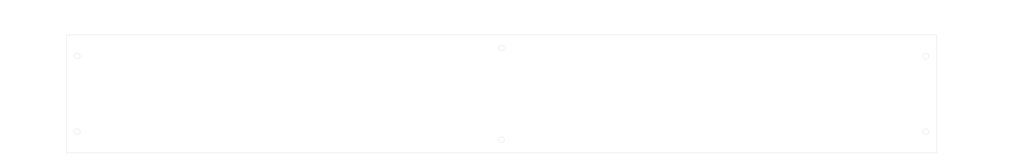
<source format=kicad_pcb>
(kicad_pcb (version 20221018) (generator pcbnew)

  (general
    (thickness 1.6)
  )

  (paper "A3")
  (title_block
    (title "GL516 Bottom plate Dimensional drawing")
    (date "2022-01-03")
  )

  (layers
    (0 "F.Cu" signal)
    (31 "B.Cu" signal)
    (32 "B.Adhes" user "B.Adhesive")
    (33 "F.Adhes" user "F.Adhesive")
    (34 "B.Paste" user)
    (35 "F.Paste" user)
    (36 "B.SilkS" user "B.Silkscreen")
    (37 "F.SilkS" user "F.Silkscreen")
    (38 "B.Mask" user)
    (39 "F.Mask" user)
    (40 "Dwgs.User" user "User.Drawings")
    (41 "Cmts.User" user "User.Comments")
    (42 "Eco1.User" user "User.Eco1")
    (43 "Eco2.User" user "User.Eco2")
    (44 "Edge.Cuts" user)
    (45 "Margin" user)
    (46 "B.CrtYd" user "B.Courtyard")
    (47 "F.CrtYd" user "F.Courtyard")
    (48 "B.Fab" user)
    (49 "F.Fab" user)
  )

  (setup
    (pad_to_mask_clearance 0)
    (solder_mask_min_width 0.25)
    (pcbplotparams
      (layerselection 0x00010f0_ffffffff)
      (plot_on_all_layers_selection 0x0000000_00000000)
      (disableapertmacros false)
      (usegerberextensions true)
      (usegerberattributes false)
      (usegerberadvancedattributes false)
      (creategerberjobfile false)
      (dashed_line_dash_ratio 12.000000)
      (dashed_line_gap_ratio 3.000000)
      (svgprecision 4)
      (plotframeref false)
      (viasonmask false)
      (mode 1)
      (useauxorigin false)
      (hpglpennumber 1)
      (hpglpenspeed 20)
      (hpglpendiameter 15.000000)
      (dxfpolygonmode true)
      (dxfimperialunits true)
      (dxfusepcbnewfont true)
      (psnegative false)
      (psa4output false)
      (plotreference true)
      (plotvalue true)
      (plotinvisibletext false)
      (sketchpadsonfab false)
      (subtractmaskfromsilk false)
      (outputformat 1)
      (mirror false)
      (drillshape 0)
      (scaleselection 1)
      (outputdirectory "../../発注/20200116_PCBA/7sPro/")
    )
  )

  (net 0 "")

  (gr_line (start 379.25 90.1) (end 394.25 90.1)
    (stroke (width 0.15) (type solid)) (layer "Eco1.User") (tstamp 37eb5d63-de0d-4fc2-ab99-324e9db097d9))
  (gr_line (start 379.25 90.1) (end 366.027935 107.222065)
    (stroke (width 0.15) (type solid)) (layer "Eco1.User") (tstamp 4aefd901-e011-4774-8d94-f896f63f96be))
  (gr_line (start 45.5 100.1) (end 369.25 100.1)
    (stroke (width 0.1) (type solid)) (layer "Edge.Cuts") (tstamp 00000000-0000-0000-0000-0000605227a5))
  (gr_circle (center 365.25 136.226) (end 366.35 136.226)
    (stroke (width 0.1) (type solid)) (fill none) (layer "Edge.Cuts") (tstamp 00000000-0000-0000-0000-000061d2ba7e))
  (gr_circle (center 365.25 108) (end 366.35 108)
    (stroke (width 0.1) (type solid)) (fill none) (layer "Edge.Cuts") (tstamp 0d673bc4-9532-42b6-af8c-f97f3fd07099))
  (gr_circle (center 49.5 136.226) (end 50.6 136.226)
    (stroke (width 0.1) (type solid)) (fill none) (layer "Edge.Cuts") (tstamp 2054d828-d5b6-4d35-8401-a669bf1df5bf))
  (gr_circle (center 207.375 105) (end 208.475 105)
    (stroke (width 0.1) (type solid)) (fill none) (layer "Edge.Cuts") (tstamp 876afdd9-ddef-4281-8fe9-dc4bc8ce77c3))
  (gr_circle (center 49.5 108) (end 50.6 108)
    (stroke (width 0.1) (type solid)) (fill none) (layer "Edge.Cuts") (tstamp 8779c92b-6b7f-4c7a-a64c-6927721f7f20))
  (gr_line (start 45.5 144.126) (end 369.25 144.126)
    (stroke (width 0.1) (type solid)) (layer "Edge.Cuts") (tstamp 8b6148ca-4499-41e5-ac14-554603a88836))
  (gr_line (start 45.5 100.1) (end 45.5 144.126)
    (stroke (width 0.1) (type solid)) (layer "Edge.Cuts") (tstamp a5fe1dba-29b1-445a-afcb-1acea92d6730))
  (gr_circle (center 207.375 139.226) (end 208.475 139.226)
    (stroke (width 0.1) (type solid)) (fill none) (layer "Edge.Cuts") (tstamp deca813c-d51d-499b-981e-6d9d8e3c372e))
  (gr_line (start 369.25 144.126) (end 369.25 100.1)
    (stroke (width 0.1) (type solid)) (layer "Edge.Cuts") (tstamp e407bb3b-4ce2-4fa6-9626-9c4145b1cf6a))
  (gr_text "6-Φ2.2" (at 380.25 88.6) (layer "Eco1.User") (tstamp 2c636aff-ddab-49fa-a274-f2d52bced4f2)
    (effects (font (size 2 2) (thickness 0.2)) (justify left))
  )
  (dimension (type aligned) (layer "Eco1.User") (tstamp 38e571f7-1384-4e8b-95b2-3e46f578064a)
    (pts (xy 207.375 144.126) (xy 207.375 139.226))
    (height 166.875)
    (gr_text "4.9000 mm" (at 372.05 141.676 90) (layer "Eco1.User") (tstamp 38e571f7-1384-4e8b-95b2-3e46f578064a)
      (effects (font (size 2 2) (thickness 0.2)) (justify left))
    )
    (format (prefix "") (suffix "") (units 2) (units_format 1) (precision 4))
    (style (thickness 0.15) (arrow_length 1.27) (text_position_mode 0) (extension_height 0.58642) (extension_offset 0) keep_text_aligned)
  )
  (dimension (type aligned) (layer "Eco1.User") (tstamp 3dd01e8d-b492-48b8-9ad1-60d8b891271e)
    (pts (xy 49.5 144.126) (xy 49.5 136.226))
    (height -9)
    (gr_text "7.9000 mm" (at 38.3 140.176 90) (layer "Eco1.User") (tstamp 3dd01e8d-b492-48b8-9ad1-60d8b891271e)
      (effects (font (size 2 2) (thickness 0.2)) (justify right))
    )
    (format (prefix "") (suffix "") (units 2) (units_format 1) (precision 4))
    (style (thickness 0.15) (arrow_length 1.27) (text_position_mode 0) (extension_height 0.58642) (extension_offset 0) keep_text_aligned)
  )
  (dimension (type aligned) (layer "Eco1.User") (tstamp 3ed584a5-22a3-4c2d-91db-9c5cc328443f)
    (pts (xy 49.5 100.1) (xy 49.5 108))
    (height 9)
    (gr_text "7.9000 mm" (at 38.3 104.05 90) (layer "Eco1.User") (tstamp 3ed584a5-22a3-4c2d-91db-9c5cc328443f)
      (effects (font (size 2 2) (thickness 0.2)) (justify right))
    )
    (format (prefix "") (suffix "") (units 2) (units_format 1) (precision 4))
    (style (thickness 0.15) (arrow_length 1.27) (text_position_mode 0) (extension_height 0.58642) (extension_offset 0) keep_text_aligned)
  )
  (dimension (type aligned) (layer "Eco1.User") (tstamp 45d00cc6-1855-49d4-964e-050da0b170e0)
    (pts (xy 45.5 136.226) (xy 49.5 136.226))
    (height 12.9)
    (gr_text "4.0000 mm" (at 47.5 146.926) (layer "Eco1.User") (tstamp 45d00cc6-1855-49d4-964e-050da0b170e0)
      (effects (font (size 2 2) (thickness 0.2)) (justify right))
    )
    (format (prefix "") (suffix "") (units 2) (units_format 1) (precision 4))
    (style (thickness 0.15) (arrow_length 1.27) (text_position_mode 0) (extension_height 0.58642) (extension_offset 0) keep_text_aligned)
  )
  (dimension (type aligned) (layer "Eco1.User") (tstamp 4d15f750-65e3-4c39-9410-62a811e85512)
    (pts (xy 369.25 100.1) (xy 45.5 100.1))
    (height 5)
    (gr_text "323.7500 mm" (at 207.375 92.9) (layer "Eco1.User") (tstamp 4d15f750-65e3-4c39-9410-62a811e85512)
      (effects (font (size 2 2) (thickness 0.2)))
    )
    (format (prefix "") (suffix "") (units 2) (units_format 1) (precision 4))
    (style (thickness 0.15) (arrow_length 1.27) (text_position_mode 0) (extension_height 0.58642) (extension_offset 0) keep_text_aligned)
  )
  (dimension (type aligned) (layer "Eco1.User") (tstamp 54f77fd9-1828-42e1-8c45-ddef78e3aea8)
    (pts (xy 369.25 144.126) (xy 369.25 100.1))
    (height 25)
    (gr_text "44.0260 mm" (at 392.05 122.113 90) (layer "Eco1.User") (tstamp 54f77fd9-1828-42e1-8c45-ddef78e3aea8)
      (effects (font (size 2 2) (thickness 0.2)))
    )
    (format (prefix "") (suffix "") (units 2) (units_format 1) (precision 4))
    (style (thickness 0.15) (arrow_length 1.27) (text_position_mode 0) (extension_height 0.58642) (extension_offset 0) keep_text_aligned)
  )
  (dimension (type aligned) (layer "Eco1.User") (tstamp 7b7973a2-13e5-4a47-9e88-84375aaa24aa)
    (pts (xy 207.375 136.226) (xy 49.5 136.226))
    (height -12.9)
    (gr_text "157.8750 mm" (at 128.4375 146.926) (layer "Eco1.User") (tstamp 7b7973a2-13e5-4a47-9e88-84375aaa24aa)
      (effects (font (size 2 2) (thickness 0.2)))
    )
    (format (prefix "") (suffix "") (units 2) (units_format 1) (precision 4))
    (style (thickness 0.15) (arrow_length 1.27) (text_position_mode 0) (extension_height 0.58642) (extension_offset 0) keep_text_aligned)
  )
  (dimension (type aligned) (layer "Eco1.User") (tstamp 9d9e84a6-1297-436e-922c-7ec944ca1595)
    (pts (xy 369.25 136.226) (xy 365.25 136.226))
    (height -12.9)
    (gr_text "4.0000 mm" (at 367.25 146.926) (layer "Eco1.User") (tstamp 9d9e84a6-1297-436e-922c-7ec944ca1595)
      (effects (font (size 2 2) (thickness 0.2)) (justify right))
    )
    (format (prefix "") (suffix "") (units 2) (units_format 1) (precision 4))
    (style (thickness 0.15) (arrow_length 1.27) (text_position_mode 0) (extension_height 0.58642) (extension_offset 0) keep_text_aligned)
  )
  (dimension (type aligned) (layer "Eco1.User") (tstamp cbe5784e-5383-4b65-b99d-129ab4cbcf5b)
    (pts (xy 207.375 139.226) (xy 207.375 105))
    (height 166.875)
    (gr_text "34.2260 mm" (at 372.05 122.113 90) (layer "Eco1.User") (tstamp cbe5784e-5383-4b65-b99d-129ab4cbcf5b)
      (effects (font (size 2 2) (thickness 0.2)))
    )
    (format (prefix "") (suffix "") (units 2) (units_format 1) (precision 4))
    (style (thickness 0.15) (arrow_length 1.27) (text_position_mode 0) (extension_height 0.58642) (extension_offset 0) keep_text_aligned)
  )
  (dimension (type aligned) (layer "Eco1.User") (tstamp cfd933cd-ec16-48ec-bd22-749249eb5ae9)
    (pts (xy 207.375 136.226) (xy 365.25 136.226))
    (height 12.9)
    (gr_text "157.8750 mm" (at 286.3125 146.926) (layer "Eco1.User") (tstamp cfd933cd-ec16-48ec-bd22-749249eb5ae9)
      (effects (font (size 2 2) (thickness 0.2)))
    )
    (format (prefix "") (suffix "") (units 2) (units_format 1) (precision 4))
    (style (thickness 0.15) (arrow_length 1.27) (text_position_mode 0) (extension_height 0.58642) (extension_offset 0) keep_text_aligned)
  )
  (dimension (type aligned) (layer "Eco1.User") (tstamp d0d2fa57-a4e4-4d9d-a211-011cf1c57caa)
    (pts (xy 207.375 100.1) (xy 207.375 105))
    (height -166.875)
    (gr_text "4.9000 mm" (at 372.05 102.55 90) (layer "Eco1.User") (tstamp d0d2fa57-a4e4-4d9d-a211-011cf1c57caa)
      (effects (font (size 2 2) (thickness 0.2)) (justify left))
    )
    (format (prefix "") (suffix "") (units 2) (units_format 1) (precision 4))
    (style (thickness 0.15) (arrow_length 1.27) (text_position_mode 0) (extension_height 0.58642) (extension_offset 0) keep_text_aligned)
  )
  (dimension (type aligned) (layer "Eco1.User") (tstamp e55cf461-1a26-4a20-936c-abfb536d91ba)
    (pts (xy 49.5 108) (xy 49.5 136.226))
    (height 9)
    (gr_text "28.2260 mm" (at 38.3 122.113 90) (layer "Eco1.User") (tstamp e55cf461-1a26-4a20-936c-abfb536d91ba)
      (effects (font (size 2 2) (thickness 0.2)))
    )
    (format (prefix "") (suffix "") (units 2) (units_format 1) (precision 4))
    (style (thickness 0.15) (arrow_length 1.27) (text_position_mode 0) (extension_height 0.58642) (extension_offset 0) keep_text_aligned)
  )

)

</source>
